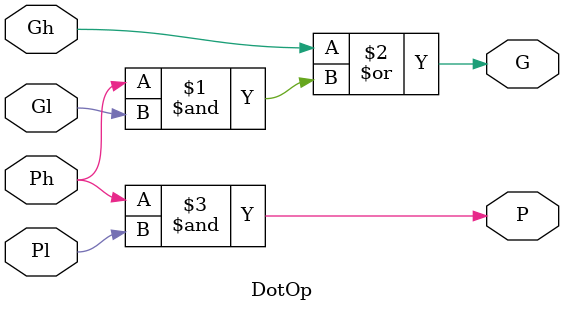
<source format=v>
module DotOp (
    input Gh,
    input Ph,
    input Gl,
    input Pl,
    output wire G,
    output wire P
);

    assign G = Gh | (Ph & Gl);
    assign P = Ph & Pl;
    
endmodule

</source>
